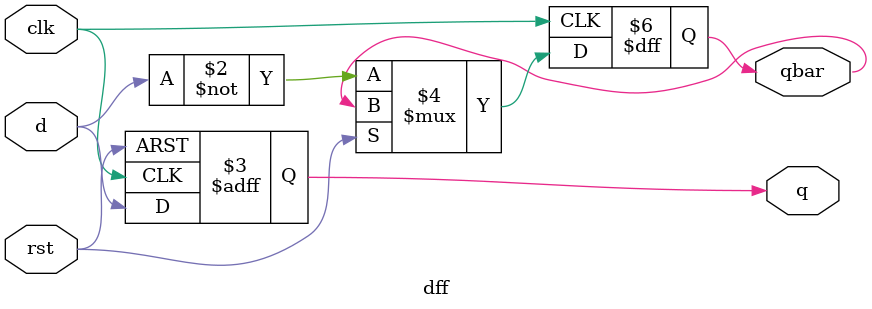
<source format=v>
module JK_USING_D(
input j,k,clk,rst,
output q,qbar
    );
   wire w1,w2,w3;
  assign w1 = j&qbar;
  assign w2 = (~k&q);
  assign w3 =(w1 | w2);
  
dff dut(w3,clk,rst,q,qbar); 
     
endmodule

module dff(
input d,clk,rst,
output reg q,qbar);

always @(posedge clk or posedge rst)
begin
if (rst)
	q <= 1'b0;
else
	begin
	q <= d;
	qbar <= ~d;
	
	end
end
endmodule
</source>
